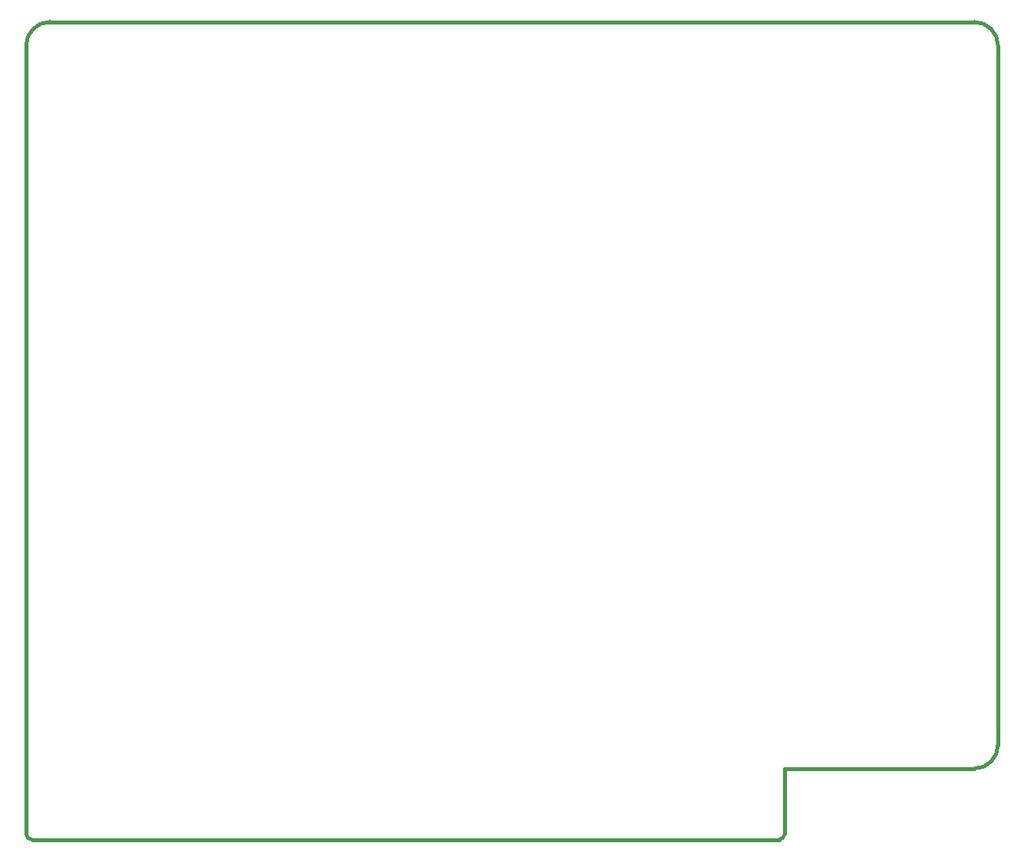
<source format=gm1>
G04 #@! TF.FileFunction,Profile,NP*
%FSLAX46Y46*%
G04 Gerber Fmt 4.6, Leading zero omitted, Abs format (unit mm)*
G04 Created by KiCad (PCBNEW 4.0.2-stable) date 4/22/2016 8:04:33 PM*
%MOMM*%
G01*
G04 APERTURE LIST*
%ADD10C,0.150000*%
%ADD11C,0.381000*%
G04 APERTURE END LIST*
D10*
D11*
X101600000Y-133985000D02*
X101600000Y-49530000D01*
X205740000Y-124460000D02*
X205740000Y-49530000D01*
X104140000Y-46990000D02*
G75*
G03X101600000Y-49530000I0J-2540000D01*
G01*
X104140000Y-46990000D02*
X203200000Y-46990000D01*
X203200000Y-127000000D02*
X182880000Y-127000000D01*
X203200000Y-127000000D02*
G75*
G03X205740000Y-124460000I0J2540000D01*
G01*
X205740000Y-49530000D02*
G75*
G03X203200000Y-46990000I-2540000J0D01*
G01*
X182880000Y-133985000D02*
X182880000Y-127000000D01*
X102235000Y-134620000D02*
X182245000Y-134620000D01*
X182245000Y-134620000D02*
G75*
G03X182880000Y-133985000I0J635000D01*
G01*
X101600000Y-133985000D02*
G75*
G03X102235000Y-134620000I635000J0D01*
G01*
M02*

</source>
